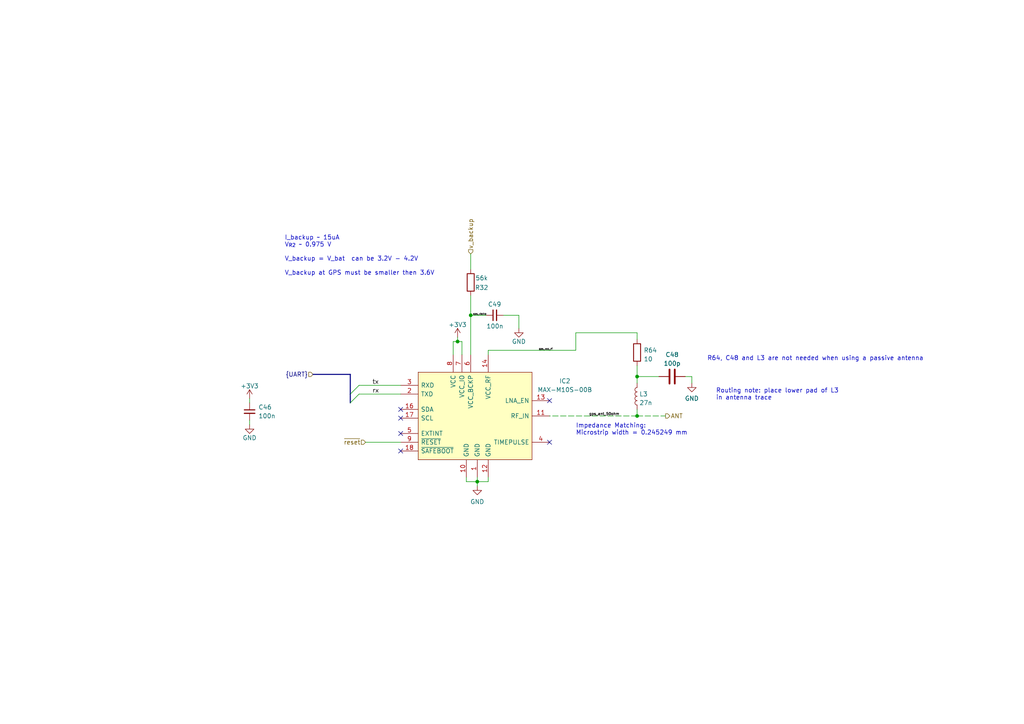
<source format=kicad_sch>
(kicad_sch (version 20231120) (generator "eeschema") (generator_version "8.0")
  (paper "A4")
  (title_block (title "TeleSTERN Rocketry Flight Computer") (date "2023-03-30") (rev "2.2") (company "Space Team Aachen - STAR Dresden - Hochschule Bremen") (comment 1 "Based on Telemega 5.0 by Altusmetrum") (comment 2 "TAPR Open Hardware License"))
  (lib_symbols
    (symbol "+3.3V_1" (power) (pin_names (offset 0))
      (property "Value" "+3.3V_1" (at 0 3.556 0))
      (symbol "+3.3V_1_0_1"
        (polyline (pts (xy -0.762 1.27) (xy 0 2.54)))
        (polyline (pts (xy 0 0) (xy 0 2.54)))
        (polyline (pts (xy 0 2.54) (xy 0.762 1.27)))
      )
      (symbol "+3.3V_1_1_1"
        (pin power_in line (at 0 0 90) (length 0) hide (name "+3V3") (number "1"))
      )
    )
    (symbol "Device:C" (pin_numbers hide) (pin_names (offset 0.254))
      (property "Reference" "C" (at 0.635 2.54 0))
      (property "Value" "C" (at 0.635 -2.54 0))
      (symbol "C_0_1"
        (polyline (pts (xy -2.032 -0.762) (xy 2.032 -0.762)) (stroke (width 0.508)))
        (polyline (pts (xy -2.032 0.762) (xy 2.032 0.762)) (stroke (width 0.508)))
      )
      (symbol "C_1_1"
        (pin passive line (at 0 3.81 270) (length 2.794) (name "~") (number "1"))
        (pin passive line (at 0 -3.81 90) (length 2.794) (name "~") (number "2"))
      )
    )
    (symbol "Device:C_Small" (pin_numbers hide) (pin_names (offset 0.254) hide)
      (property "Reference" "C" (at 0.254 1.778 0))
      (property "Value" "C_Small" (at 0.254 -2.032 0))
      (symbol "C_Small_0_1"
        (polyline (pts (xy -1.524 -0.508) (xy 1.524 -0.508)) (stroke (width 0.3302)))
        (polyline (pts (xy -1.524 0.508) (xy 1.524 0.508)) (stroke (width 0.3048)))
      )
      (symbol "C_Small_1_1"
        (pin passive line (at 0 2.54 270) (length 2.032) (name "~") (number "1"))
        (pin passive line (at 0 -2.54 90) (length 2.032) (name "~") (number "2"))
      )
    )
    (symbol "Device:L" (pin_numbers hide) (pin_names (offset 1.016) hide)
      (property "Reference" "L" (at -1.27 0 90))
      (property "Value" "L" (at 1.905 0 90))
      (symbol "L_0_1"
        (arc (start 0 -2.54) (mid 0.6323 -1.905) (end 0 -1.27))
        (arc (start 0 -1.27) (mid 0.6323 -0.635) (end 0 0))
        (arc (start 0 0) (mid 0.6323 0.635) (end 0 1.27))
        (arc (start 0 1.27) (mid 0.6323 1.905) (end 0 2.54))
      )
      (symbol "L_1_1"
        (pin passive line (at 0 3.81 270) (length 1.27) (name "1") (number "1"))
        (pin passive line (at 0 -3.81 90) (length 1.27) (name "2") (number "2"))
      )
    )
    (symbol "Device:R" (pin_numbers hide) (pin_names (offset 0))
      (property "Reference" "R" (at 2.032 0 90))
      (property "Value" "R" (at 0 0 90))
      (symbol "R_0_1"
        (rectangle (start -1.016 -2.54) (end 1.016 2.54) (stroke (width 0.254)))
      )
      (symbol "R_1_1"
        (pin passive line (at 0 3.81 270) (length 1.27) (name "~") (number "1"))
        (pin passive line (at 0 -3.81 90) (length 1.27) (name "~") (number "2"))
      )
    )
    (symbol "GND_1" (power) (pin_names (offset 0))
      (property "Value" "GND_1" (at 0 -3.81 0))
      (symbol "GND_1_0_1"
        (polyline (pts (xy 0 0) (xy 0 -1.27) (xy 1.27 -1.27) (xy 0 -2.54) (xy -1.27 -1.27) (xy 0 -1.27)))
      )
      (symbol "GND_1_1_1"
        (pin power_in line (at 0 0 270) (length 0) hide (name "GND") (number "1"))
      )
    )
    (symbol "power:+3.3V" (power) (pin_names (offset 0))
      (property "Value" "+3.3V" (at 0 3.556 0))
      (symbol "+3.3V_0_1"
        (polyline (pts (xy -0.762 1.27) (xy 0 2.54)))
        (polyline (pts (xy 0 0) (xy 0 2.54)))
        (polyline (pts (xy 0 2.54) (xy 0.762 1.27)))
      )
      (symbol "+3.3V_1_1"
        (pin power_in line (at 0 0 90) (length 0) hide (name "+3V3") (number "1"))
      )
    )
    (symbol "power:GND" (power) (pin_names (offset 0))
      (property "Value" "GND" (at 0 -3.81 0))
      (symbol "GND_0_1"
        (polyline (pts (xy 0 0) (xy 0 -1.27) (xy 1.27 -1.27) (xy 0 -2.54) (xy -1.27 -1.27) (xy 0 -1.27)))
      )
      (symbol "GND_1_1"
        (pin power_in line (at 0 0 270) (length 0) hide (name "GND") (number "1"))
      )
    )
    (symbol "stahr-electronics:MAX-M10S-00B" (pin_names (offset 0.762))
      (property "Reference" "IC" (at 17.78 17.78 0))
      (property "Value" "MAX-M10S-00B" (at 17.78 15.24 0))
      (symbol "MAX-M10S-00B_0_0"
        (pin passive line (at 21.59 0 180) (length 5.08) (name "RF_IN") (number "11"))
        (pin passive line (at 21.59 4.445 180) (length 5.08) (name "LNA_EN") (number "13"))
        (pin passive line (at 3.81 17.78 270) (length 5.08) (name "VCC_RF") (number "14"))
        (pin passive line (at -21.59 1.905 0) (length 5.08) (name "SDA") (number "16"))
        (pin passive line (at -21.59 -0.635 0) (length 5.08) (name "SCL") (number "17"))
        (pin passive line (at -21.59 6.35 0) (length 5.08) (name "TXD") (number "2"))
        (pin passive line (at -21.59 8.89 0) (length 5.08) (name "RXD") (number "3"))
        (pin passive line (at 21.59 -7.62 180) (length 5.08) (name "TIMEPULSE") (number "4"))
        (pin passive line (at -21.59 -5.08 0) (length 5.08) (name "EXTINT") (number "5"))
        (pin passive line (at -6.35 17.78 270) (length 5.08) (name "VCC") (number "8"))
      )
      (symbol "MAX-M10S-00B_1_0"
        (pin passive line (at 0.635 -17.78 90) (length 5.08) (name "GND") (number "1"))
        (pin passive line (at -2.54 -17.78 90) (length 5.08) (name "GND") (number "10"))
        (pin passive line (at 3.81 -17.78 90) (length 5.08) (name "GND") (number "12"))
        (pin passive line (at -21.59 -10.16 0) (length 5.08) (name "~{SAFEBOOT}") (number "18"))
        (pin passive line (at -1.27 17.78 270) (length 5.08) (name "VCC_BCKP") (number "6"))
        (pin passive line (at -3.81 17.78 270) (length 5.08) (name "VCC_IO") (number "7"))
        (pin passive line (at -21.59 -7.62 0) (length 5.08) (name "~{RESET}") (number "9"))
      )
      (symbol "MAX-M10S-00B_1_1"
        (polyline (pts (xy -16.51 12.7) (xy 16.51 12.7) (xy 16.51 -12.7) (xy -16.51 -12.7) (xy -16.51 12.7)) (stroke (width 0.1524)) (fill (type background)))
      )
    )
  )
  (junction (at 184.785 120.65))
  (junction (at 132.715 99.06))
  (junction (at 138.43 139.7))
  (junction (at 136.525 91.44))
  (junction (at 184.785 109.22))
  (no_connect (at 116.205 125.73))
  (no_connect (at 159.385 128.27))
  (no_connect (at 116.205 130.81))
  (no_connect (at 116.205 118.745))
  (no_connect (at 116.205 121.285))
  (no_connect (at 159.385 116.205))
  (bus_entry (at 101.6 116.84) (size 2.54 -2.54))
  (bus_entry (at 101.6 114.3) (size 2.54 -2.54))
  (wire (pts (xy 146.05 91.44) (xy 150.495 91.44)))
  (wire (pts (xy 135.255 139.7) (xy 138.43 139.7)))
  (wire (pts (xy 136.525 91.44) (xy 140.97 91.44)))
  (wire (pts (xy 72.39 115.57) (xy 72.39 116.84)))
  (wire (pts (xy 136.525 78.105) (xy 136.525 73.66)))
  (wire (pts (xy 184.785 109.22) (xy 191.135 109.22)))
  (wire (pts (xy 131.445 99.06) (xy 131.445 102.87)))
  (wire (pts (xy 116.205 128.27) (xy 106.045 128.27)))
  (wire (pts (xy 200.66 109.22) (xy 200.66 111.125)))
  (bus (pts (xy 90.805 108.585) (xy 101.6 108.585)))
  (wire (pts (xy 136.525 91.44) (xy 136.525 102.87)))
  (wire (pts (xy 141.605 101.6) (xy 167.005 101.6)))
  (wire (pts (xy 184.785 120.65) (xy 193.04 120.65)) (stroke (width 0) (type dash)))
  (bus (pts (xy 101.6 114.3) (xy 101.6 116.84)))
  (wire (pts (xy 184.785 106.045) (xy 184.785 109.22)))
  (wire (pts (xy 167.005 96.52) (xy 184.785 96.52)))
  (wire (pts (xy 198.755 109.22) (xy 200.66 109.22)))
  (wire (pts (xy 167.005 101.6) (xy 167.005 96.52)))
  (wire (pts (xy 184.785 96.52) (xy 184.785 98.425)))
  (wire (pts (xy 104.14 114.3) (xy 116.205 114.3)))
  (wire (pts (xy 141.605 102.87) (xy 141.605 101.6)))
  (wire (pts (xy 184.785 118.745) (xy 184.785 120.65)))
  (wire (pts (xy 150.495 91.44) (xy 150.495 95.25)))
  (wire (pts (xy 132.715 99.06) (xy 131.445 99.06)))
  (wire (pts (xy 132.715 97.79) (xy 132.715 99.06)))
  (wire (pts (xy 132.715 99.06) (xy 133.985 99.06)))
  (wire (pts (xy 184.785 120.65) (xy 159.385 120.65)) (stroke (width 0) (type dash)))
  (wire (pts (xy 136.525 85.725) (xy 136.525 91.44)))
  (wire (pts (xy 138.43 139.7) (xy 141.605 139.7)))
  (wire (pts (xy 133.985 99.06) (xy 133.985 102.87)))
  (wire (pts (xy 135.255 138.43) (xy 135.255 139.7)))
  (wire (pts (xy 184.785 109.22) (xy 184.785 111.125)))
  (wire (pts (xy 104.14 111.76) (xy 116.205 111.76)))
  (wire (pts (xy 138.43 139.7) (xy 138.43 140.97)))
  (wire (pts (xy 72.39 121.92) (xy 72.39 123.19)))
  (wire (pts (xy 138.43 138.43) (xy 138.43 139.7)))
  (bus (pts (xy 101.6 108.585) (xy 101.6 114.3)))
  (wire (pts (xy 141.605 139.7) (xy 141.605 138.43)))
  (text "Impedance Matching:\nMicrostrip width = 0.245249 mm" (at 167.005 126.365 0) (effects (font (size 1.27 1.27)) (justify left bottom)))
  (text "I_backup ~ 15uA\nV_{R2} ~ 0.975 V\n\nV_backup = V_bat  can be 3.2V - 4.2V\n\nV_backup at GPS must be smaller then 3.6V" (at 82.55 80.01 0) (effects (font (size 1.27 1.27)) (justify left bottom)))
  (text "Routing note: place lower pad of L3 \nin antenna trace" (at 207.645 116.205 0) (effects (font (size 1.27 1.27)) (justify left bottom)))
  (text "R64, C48 and L3 are not needed when using a passive antenna" (at 205.105 104.775 0) (effects (font (size 1.27 1.27)) (justify left bottom)))
  (label "gps_vbckp" (at 137.16 91.44 0) (effects (font (size 0.5 0.5))))
  (label "rx" (at 107.95 114.3 0))
  (label "gps_vcc_rf" (at 156.21 101.6 0) (effects (font (size 0.508 0.508))))
  (label "gps_ant_50ohm" (at 170.815 120.65 0) (effects (font (size 0.75 0.75))))
  (label "tx" (at 107.95 111.76 0))
  (hierarchical_label "ANT" (shape output) (at 193.04 120.65 0))
  (hierarchical_label "~{reset}" (shape input) (at 106.045 128.27 180))
  (hierarchical_label "v_backup" (shape input) (at 136.525 73.66 90))
  (hierarchical_label "{UART}" (shape input) (at 90.805 108.585 180))
  (symbol (lib_id "power:GND") (at 138.43 140.97 0) (unit 1)
    (property "Reference" "#PWR0197" (effects (hide yes)))
    (property "Value" "GND" (at 138.43 145.5325 0))
  )
  (symbol (lib_id "power:GND") (at 72.39 123.19 0) (unit 1)
    (property "Reference" "#PWR0200" (effects (hide yes)))
    (property "Value" "GND" (at 72.39 127 0))
  )
  (symbol (lib_id "stahr-electronics:MAX-M10S-00B") (at 137.795 120.65 0) (unit 1)
    (property "Reference" "IC2" (at 163.83 110.5153 0))
    (property "Value" "MAX-M10S-00B" (at 163.83 113.0553 0))
    (property "Footprint" "stahr-electronics:MAXM10S00B" (effects (hide yes)))
    (property "Datasheet" "https://content.u-blox.com/sites/default/files/MAX-M10S_IntegrationManual_UBX-20053088.pdf" (effects (hide yes)))
    (property "MPN" "MAX-M10S-00B" (effects (hide yes)))
    (property "Link" "https://www.mouser.de/ProductDetail/u-blox/MAX-M10S-00B?qs=A6eO%252BMLsxmT0PfQYPb7LLQ%3D%3D" (effects (hide yes)))
    (property "Old Mouser" "377-MAX-M10S-00B" (effects (hide yes)))
    (property "Digikey" "672-MAX-M10S-00BTR-ND" (effects (hide yes)))
  )
  (symbol (lib_id "power:+3.3V") (at 132.715 97.79 0) (unit 1)
    (property "Reference" "#PWR0198" (effects (hide yes)))
    (property "Value" "+3V3" (at 132.715 94.1855 0))
  )
  (symbol (lib_name "+3.3V_1") (lib_id "power:+3.3V") (at 72.39 115.57 0) (unit 1)
    (property "Reference" "#PWR0199" (effects (hide yes)))
    (property "Value" "+3V3" (at 72.39 111.9655 0))
  )
  (symbol (lib_id "Device:R") (at 136.525 81.915 180) (unit 1)
    (property "Reference" "R32" (at 139.7 83.4201 0))
    (property "Value" "56k" (at 139.7 80.645 0))
    (property "Footprint" "lib-telestern:R_0402_1005Metric" (effects (hide yes)))
    (property "MPN" "ERJ-U02F5602X" (effects (hide yes)))
    (property "note" "Checked" (effects (hide yes)))
  )
  (symbol (lib_id "Device:C_Small") (at 72.39 119.38 0) (unit 1)
    (property "Reference" "C46" (at 74.93 118.11 0) (effects (justify left)))
    (property "Value" "100n" (at 74.93 120.6562 0) (effects (justify left)))
    (property "Footprint" "lib-telestern:C_0402_1005Metric" (effects (hide yes)))
    (property "MPN" "C1005X5R1E104K050BC" (effects (hide yes)))
    (property "note" "Checked" (effects (hide yes)))
  )
  (symbol (lib_id "Device:C") (at 194.945 109.22 90) (unit 1)
    (property "Reference" "C48" (at 194.945 102.87 90))
    (property "Value" "100p" (at 194.945 105.41 90))
    (property "Footprint" "lib-telestern:C_0402_1005Metric" (effects (hide yes)))
    (property "MPN" "CGA2B2NP01H101J050BA" (effects (hide yes)))
  )
  (symbol (lib_id "Device:L") (at 184.785 114.935 180) (unit 1)
    (property "Reference" "L3" (at 185.42 114.3 0) (effects (justify right)))
    (property "Value" "27n" (at 185.42 116.84 0) (effects (justify right)))
    (property "Footprint" "lib-telestern:L_0402_1005Metric" (effects (hide yes)))
    (property "MPN" "LQG15HS27NJ02D" (effects (hide yes)))
  )
  (symbol (lib_name "GND_1") (lib_id "power:GND") (at 200.66 111.125 0) (unit 1)
    (property "Reference" "#PWR0234" (effects (hide yes)))
    (property "Value" "GND" (at 200.66 115.57 0))
  )
  (symbol (lib_id "power:GND") (at 150.495 95.25 0) (unit 1)
    (property "Reference" "#PWR0235" (effects (hide yes)))
    (property "Value" "GND" (at 150.495 99.06 0))
  )
  (symbol (lib_id "Device:C_Small") (at 143.51 91.44 90) (unit 1)
    (property "Reference" "C49" (at 145.415 88.265 90) (effects (justify left)))
    (property "Value" "100n" (at 146.05 94.615 90) (effects (justify left)))
    (property "Footprint" "lib-telestern:C_0402_1005Metric" (effects (hide yes)))
    (property "MPN" "C1005X5R1E104K050BC" (effects (hide yes)))
    (property "note" "Checked" (effects (hide yes)))
  )
  (symbol (lib_id "Device:R") (at 184.785 102.235 0) (unit 1)
    (property "Reference" "R64" (at 186.69 101.6 0) (effects (justify left)))
    (property "Value" "10" (at 186.69 104.14 0) (effects (justify left)))
    (property "Footprint" "lib-telestern:R_0402_1005Metric" (effects (hide yes)))
    (property "MPN" "603-RC0402FR-7W10RL" (effects (hide yes)))
  )
)
</source>
